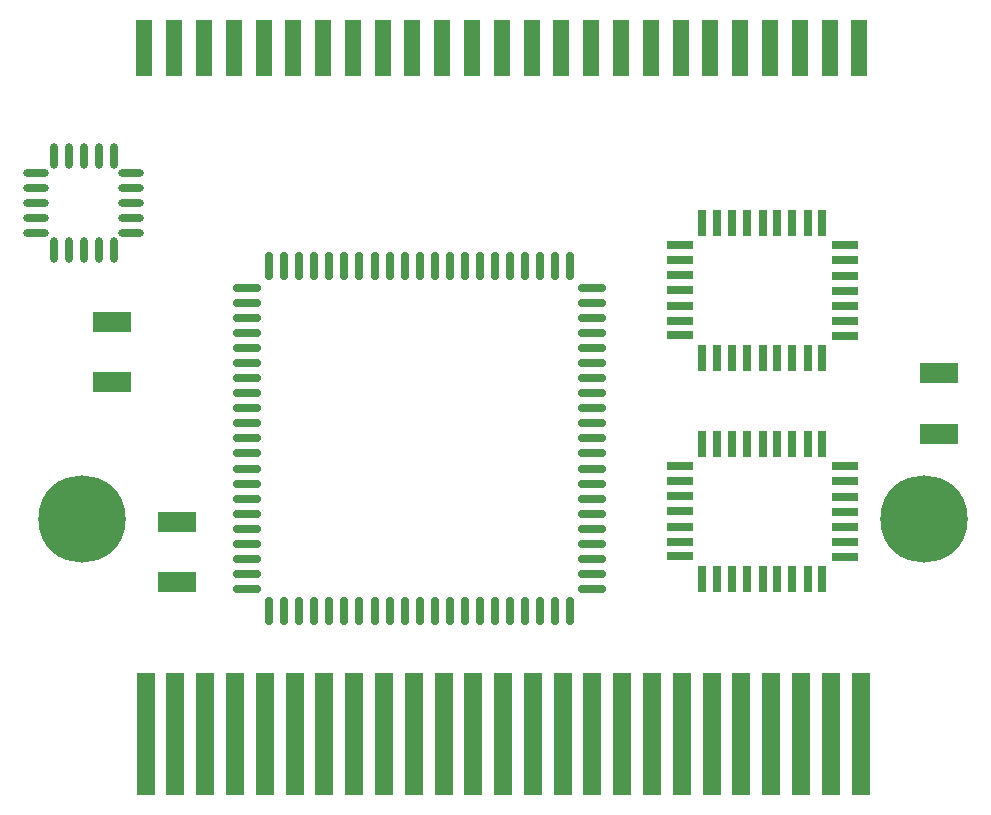
<source format=gbr>
%TF.GenerationSoftware,KiCad,Pcbnew,(6.0.2)*%
%TF.CreationDate,2022-10-24T07:01:04-05:00*%
%TF.ProjectId,N64NP6,4e36344e-5036-42e6-9b69-6361645f7063,rev?*%
%TF.SameCoordinates,Original*%
%TF.FileFunction,Soldermask,Top*%
%TF.FilePolarity,Negative*%
%FSLAX46Y46*%
G04 Gerber Fmt 4.6, Leading zero omitted, Abs format (unit mm)*
G04 Created by KiCad (PCBNEW (6.0.2)) date 2022-10-24 07:01:04*
%MOMM*%
%LPD*%
G01*
G04 APERTURE LIST*
G04 Aperture macros list*
%AMRoundRect*
0 Rectangle with rounded corners*
0 $1 Rounding radius*
0 $2 $3 $4 $5 $6 $7 $8 $9 X,Y pos of 4 corners*
0 Add a 4 corners polygon primitive as box body*
4,1,4,$2,$3,$4,$5,$6,$7,$8,$9,$2,$3,0*
0 Add four circle primitives for the rounded corners*
1,1,$1+$1,$2,$3*
1,1,$1+$1,$4,$5*
1,1,$1+$1,$6,$7*
1,1,$1+$1,$8,$9*
0 Add four rect primitives between the rounded corners*
20,1,$1+$1,$2,$3,$4,$5,0*
20,1,$1+$1,$4,$5,$6,$7,0*
20,1,$1+$1,$6,$7,$8,$9,0*
20,1,$1+$1,$8,$9,$2,$3,0*%
G04 Aperture macros list end*
%ADD10R,3.250000X1.700000*%
%ADD11R,2.270000X0.700000*%
%ADD12R,0.700000X2.270000*%
%ADD13O,0.700000X2.154000*%
%ADD14O,2.154000X0.700000*%
%ADD15RoundRect,0.150000X-0.150000X-1.000000X0.150000X-1.000000X0.150000X1.000000X-0.150000X1.000000X0*%
%ADD16RoundRect,0.150000X-1.000000X-0.150000X1.000000X-0.150000X1.000000X0.150000X-1.000000X0.150000X0*%
%ADD17R,1.500000X10.350000*%
%ADD18C,7.400000*%
%ADD19R,1.350000X4.750000*%
G04 APERTURE END LIST*
D10*
%TO.C,C4*%
X90533000Y67749000D03*
X90533000Y62649000D03*
%TD*%
%TO.C,C3*%
X26068000Y55158000D03*
X26068000Y50058000D03*
%TD*%
%TO.C,C2*%
X20589000Y72104000D03*
X20589000Y67004000D03*
%TD*%
D11*
%TO.C,U4*%
X82611000Y56059000D03*
X82610000Y57328000D03*
X82609000Y58638000D03*
X82609000Y59908000D03*
D12*
X80704000Y61771000D03*
X79474000Y61774000D03*
X78167000Y61772000D03*
X76896000Y61773000D03*
X75664000Y61775000D03*
X74353000Y61772000D03*
X73085000Y61773000D03*
X71814000Y61773000D03*
X70546000Y61773000D03*
D11*
X68640000Y59948000D03*
X68641000Y58678000D03*
X68639000Y57368000D03*
X68637000Y56097000D03*
X68640000Y54786000D03*
X68637000Y53520000D03*
X68639000Y52289000D03*
D12*
X70545000Y50343000D03*
X71817000Y50343000D03*
X73085000Y50342000D03*
X74356000Y50343000D03*
X75663000Y50344000D03*
X76895000Y50343000D03*
X78164000Y50346000D03*
X79476000Y50343000D03*
X80707000Y50342000D03*
D11*
X82611000Y52247000D03*
X82608000Y53478000D03*
X82609000Y54749000D03*
%TD*%
D13*
%TO.C,U1*%
X18144000Y86171000D03*
X16874000Y86171000D03*
X15604000Y86171000D03*
D14*
X14146000Y84713000D03*
X14146000Y83443000D03*
X14146000Y82173000D03*
X14146000Y80903000D03*
X14146000Y79633000D03*
D13*
X15604000Y78175000D03*
X16874000Y78175000D03*
X18144000Y78175000D03*
X19414000Y78175000D03*
X20684000Y78175000D03*
D14*
X22142000Y79633000D03*
X22142000Y80903000D03*
X22142000Y82173000D03*
X22142000Y83443000D03*
X22142000Y84713000D03*
D13*
X20684000Y86171000D03*
X19414000Y86171000D03*
%TD*%
D15*
%TO.C,U2*%
X46604000Y76849000D03*
X45329000Y76849000D03*
X44054000Y76849000D03*
X42779000Y76849000D03*
X41504000Y76849000D03*
X40229000Y76849000D03*
X38954000Y76849000D03*
X37679000Y76849000D03*
X36404000Y76849000D03*
X35129000Y76849000D03*
X33854000Y76849000D03*
D16*
X32004000Y74999000D03*
X32004000Y73724000D03*
X32004000Y72449000D03*
X32004000Y71174000D03*
X32004000Y69899000D03*
X32004000Y68624000D03*
X32004000Y67349000D03*
X32004000Y66074000D03*
X32004000Y64799000D03*
X32004000Y63524000D03*
X32004000Y62249000D03*
X32004000Y60974000D03*
X32004000Y59699000D03*
X32004000Y58424000D03*
X32004000Y57149000D03*
X32004000Y55874000D03*
X32004000Y54599000D03*
X32004000Y53324000D03*
X32004000Y52049000D03*
X32004000Y50774000D03*
X32004000Y49499000D03*
D15*
X33854000Y47649000D03*
X35129000Y47649000D03*
X36404000Y47649000D03*
X37679000Y47649000D03*
X38954000Y47649000D03*
X40229000Y47649000D03*
X41504000Y47649000D03*
X42779000Y47649000D03*
X44054000Y47649000D03*
X45329000Y47649000D03*
X46604000Y47649000D03*
X47879000Y47649000D03*
X49154000Y47649000D03*
X50429000Y47649000D03*
X51704000Y47649000D03*
X52979000Y47649000D03*
X54254000Y47649000D03*
X55529000Y47649000D03*
X56804000Y47649000D03*
X58079000Y47649000D03*
X59354000Y47649000D03*
D16*
X61204000Y49499000D03*
X61204000Y50774000D03*
X61204000Y52049000D03*
X61204000Y53324000D03*
X61204000Y54599000D03*
X61204000Y55874000D03*
X61204000Y57149000D03*
X61204000Y58424000D03*
X61204000Y59699000D03*
X61204000Y60974000D03*
X61204000Y62249000D03*
X61204000Y63524000D03*
X61204000Y64799000D03*
X61204000Y66074000D03*
X61204000Y67349000D03*
X61204000Y68624000D03*
X61204000Y69899000D03*
X61204000Y71174000D03*
X61204000Y72449000D03*
X61204000Y73724000D03*
X61204000Y74999000D03*
D15*
X59354000Y76849000D03*
X58079000Y76849000D03*
X56804000Y76849000D03*
X55529000Y76849000D03*
X54254000Y76849000D03*
X52979000Y76849000D03*
X51704000Y76849000D03*
X50429000Y76849000D03*
X49154000Y76849000D03*
X47879000Y76849000D03*
%TD*%
D17*
%TO.C,J1*%
X23404000Y37184000D03*
X25922000Y37184000D03*
X28447000Y37184000D03*
X30974000Y37184000D03*
X33493000Y37184000D03*
X36012000Y37184000D03*
X38535000Y37184000D03*
X41054000Y37184000D03*
X43573000Y37184000D03*
X46101000Y37184000D03*
X48626000Y37184000D03*
X51147000Y37184000D03*
X53671000Y37184000D03*
X56191000Y37184000D03*
X58711000Y37184000D03*
X61230000Y37184000D03*
X63748000Y37184000D03*
X66272000Y37184000D03*
X68798000Y37184000D03*
X71316000Y37184000D03*
X73836000Y37184000D03*
X76355000Y37184000D03*
X78885000Y37184000D03*
X81411000Y37184000D03*
X83930000Y37184000D03*
%TD*%
D18*
%TO.C,Hole1*%
X18051000Y55439000D03*
%TD*%
D11*
%TO.C,U3*%
X82611000Y74742000D03*
X82610000Y76011000D03*
X82609000Y77321000D03*
X82609000Y78591000D03*
D12*
X80704000Y80454000D03*
X79474000Y80457000D03*
X78167000Y80455000D03*
X76896000Y80456000D03*
X75664000Y80458000D03*
X74353000Y80455000D03*
X73085000Y80456000D03*
X71814000Y80456000D03*
X70546000Y80456000D03*
D11*
X68640000Y78631000D03*
X68641000Y77361000D03*
X68639000Y76051000D03*
X68637000Y74780000D03*
X68640000Y73469000D03*
X68637000Y72203000D03*
X68639000Y70972000D03*
D12*
X70545000Y69026000D03*
X71817000Y69026000D03*
X73085000Y69025000D03*
X74356000Y69026000D03*
X75663000Y69027000D03*
X76895000Y69026000D03*
X78164000Y69029000D03*
X79476000Y69026000D03*
X80707000Y69025000D03*
D11*
X82611000Y70930000D03*
X82608000Y72161000D03*
X82609000Y73432000D03*
%TD*%
D19*
%TO.C,J4*%
X23295000Y95327000D03*
X25813000Y95327000D03*
X28338000Y95327000D03*
X30865000Y95327000D03*
X33384000Y95327000D03*
X35903000Y95327000D03*
X38426000Y95327000D03*
X40945000Y95327000D03*
X43464000Y95327000D03*
X45992000Y95327000D03*
X48517000Y95327000D03*
X51038000Y95327000D03*
X53562000Y95327000D03*
X56082000Y95327000D03*
X58602000Y95327000D03*
X61121000Y95327000D03*
X63639000Y95327000D03*
X66163000Y95327000D03*
X68689000Y95327000D03*
X71207000Y95327000D03*
X73727000Y95327000D03*
X76246000Y95327000D03*
X78776000Y95327000D03*
X81302000Y95327000D03*
X83821000Y95327000D03*
%TD*%
D18*
%TO.C,Hole2*%
X89309000Y55439000D03*
%TD*%
M02*

</source>
